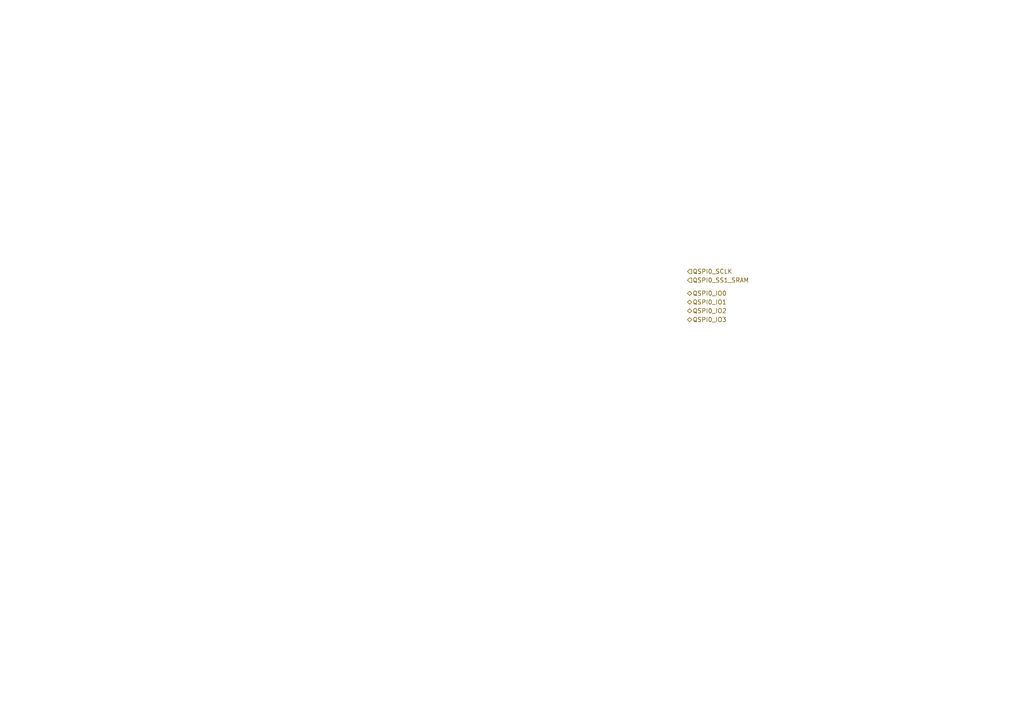
<source format=kicad_sch>
(kicad_sch (version 20230121) (generator eeschema)
  (paper "A4")
  (lib_symbols)
  (hierarchical_label "QSPI0_SS1_SRAM" (shape input) (at 199.39 81.28 0))
  (hierarchical_label "QSPI0_IO3" (shape bidirectional) (at 199.39 92.71 0))
  (hierarchical_label "QSPI0_IO2" (shape bidirectional) (at 199.39 90.17 0))
  (hierarchical_label "QSPI0_SCLK" (shape input) (at 199.39 78.74 0))
  (hierarchical_label "QSPI0_IO1" (shape bidirectional) (at 199.39 87.63 0))
  (hierarchical_label "QSPI0_IO0" (shape bidirectional) (at 199.39 85.09 0))
)
</source>
